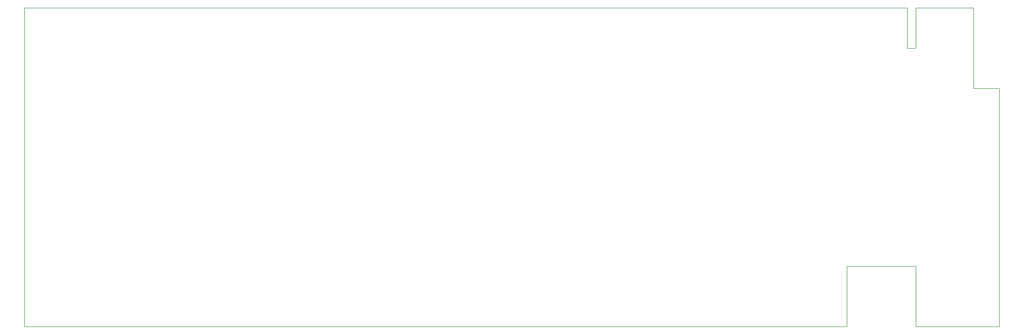
<source format=gbr>
G04 #@! TF.GenerationSoftware,KiCad,Pcbnew,(6.0.1)*
G04 #@! TF.CreationDate,2022-06-17T23:43:58+01:00*
G04 #@! TF.ProjectId,Project Helena,50726f6a-6563-4742-9048-656c656e612e,D*
G04 #@! TF.SameCoordinates,Original*
G04 #@! TF.FileFunction,Profile,NP*
%FSLAX46Y46*%
G04 Gerber Fmt 4.6, Leading zero omitted, Abs format (unit mm)*
G04 Created by KiCad (PCBNEW (6.0.1)) date 2022-06-17 23:43:58*
%MOMM*%
%LPD*%
G01*
G04 APERTURE LIST*
G04 #@! TA.AperFunction,Profile*
%ADD10C,0.150000*%
G04 #@! TD*
G04 APERTURE END LIST*
D10*
X340000000Y-157000000D02*
X340000000Y-178000000D01*
X30000000Y-67000000D02*
X58000000Y-67000000D01*
X360000000Y-95000000D02*
X369000000Y-95000000D01*
X340000000Y-81000000D02*
X340000000Y-67000000D01*
X316000000Y-168000000D02*
X316000000Y-157000000D01*
X316000000Y-157000000D02*
X337000000Y-157000000D01*
X316000000Y-170000000D02*
X316000000Y-168000000D01*
X337000000Y-67000000D02*
X337000000Y-81000000D01*
X340000000Y-67000000D02*
X360000000Y-67000000D01*
X30000000Y-178000000D02*
X316000000Y-178000000D01*
X340000000Y-178000000D02*
X359000000Y-178000000D01*
X316000000Y-178000000D02*
X316000000Y-170000000D01*
X30000000Y-67000000D02*
X30000000Y-178000000D01*
X359000000Y-178000000D02*
X368988400Y-177998000D01*
X369000000Y-171000000D02*
X368988400Y-177998000D01*
X360000000Y-67000000D02*
X360000000Y-95000000D01*
X337000000Y-157000000D02*
X340000000Y-157000000D01*
X369000000Y-95000000D02*
X369000000Y-171000000D01*
X58000000Y-67000000D02*
X337000000Y-67000000D01*
X337000000Y-81000000D02*
X340000000Y-81000000D01*
M02*

</source>
